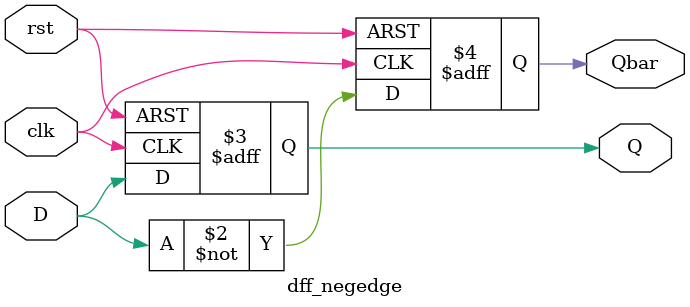
<source format=v>
module dff_negedge(D, clk, rst, Q, Qbar);
	input D, clk, rst;
	output reg Q, Qbar;
	
	always @(posedge rst, negedge clk)
		begin
			if(rst)
				begin
					Q<=1'b0;
					Qbar<=1'b1;
				end
			else
				begin
					Q<=D;
					Qbar<=~D;
				end
		end
endmodule

</source>
